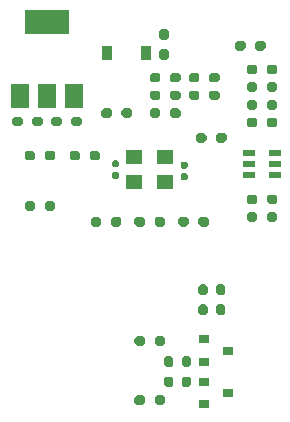
<source format=gbp>
G04 #@! TF.GenerationSoftware,KiCad,Pcbnew,(5.1.10-1-10_14)*
G04 #@! TF.CreationDate,2021-12-01T23:12:48+09:00*
G04 #@! TF.ProjectId,DBG-ESP32,4442472d-4553-4503-9332-2e6b69636164,V1.0*
G04 #@! TF.SameCoordinates,Original*
G04 #@! TF.FileFunction,Paste,Bot*
G04 #@! TF.FilePolarity,Positive*
%FSLAX46Y46*%
G04 Gerber Fmt 4.6, Leading zero omitted, Abs format (unit mm)*
G04 Created by KiCad (PCBNEW (5.1.10-1-10_14)) date 2021-12-01 23:12:48*
%MOMM*%
%LPD*%
G01*
G04 APERTURE LIST*
%ADD10R,1.350000X1.200000*%
%ADD11R,3.800000X2.000000*%
%ADD12R,1.500000X2.000000*%
%ADD13R,1.060000X0.500000*%
%ADD14R,0.900000X0.800000*%
%ADD15R,0.900000X1.200000*%
G04 APERTURE END LIST*
G36*
G01*
X-5900000Y7400000D02*
X-5900000Y7000000D01*
G75*
G02*
X-6100000Y6800000I-200000J0D01*
G01*
X-6600000Y6800000D01*
G75*
G02*
X-6800000Y7000000I0J200000D01*
G01*
X-6800000Y7400000D01*
G75*
G02*
X-6600000Y7600000I200000J0D01*
G01*
X-6100000Y7600000D01*
G75*
G02*
X-5900000Y7400000I0J-200000D01*
G01*
G37*
G36*
G01*
X-4200000Y7400000D02*
X-4200000Y7000000D01*
G75*
G02*
X-4400000Y6800000I-200000J0D01*
G01*
X-4900000Y6800000D01*
G75*
G02*
X-5100000Y7000000I0J200000D01*
G01*
X-5100000Y7400000D01*
G75*
G02*
X-4900000Y7600000I200000J0D01*
G01*
X-4400000Y7600000D01*
G75*
G02*
X-4200000Y7400000I0J-200000D01*
G01*
G37*
D10*
X1300000Y5000000D03*
X-1300000Y5000000D03*
X-1300000Y7100000D03*
X1300000Y7100000D03*
D11*
X-8700000Y18550000D03*
D12*
X-8700000Y12250000D03*
X-11000000Y12250000D03*
X-6400000Y12250000D03*
D13*
X8400000Y5550000D03*
X8400000Y6500000D03*
X8400000Y7450000D03*
X10600000Y7450000D03*
X10600000Y5550000D03*
X10600000Y6500000D03*
G36*
G01*
X4300000Y-5400000D02*
X4700000Y-5400000D01*
G75*
G02*
X4900000Y-5600000I0J-200000D01*
G01*
X4900000Y-6100000D01*
G75*
G02*
X4700000Y-6300000I-200000J0D01*
G01*
X4300000Y-6300000D01*
G75*
G02*
X4100000Y-6100000I0J200000D01*
G01*
X4100000Y-5600000D01*
G75*
G02*
X4300000Y-5400000I200000J0D01*
G01*
G37*
G36*
G01*
X4300000Y-3700000D02*
X4700000Y-3700000D01*
G75*
G02*
X4900000Y-3900000I0J-200000D01*
G01*
X4900000Y-4400000D01*
G75*
G02*
X4700000Y-4600000I-200000J0D01*
G01*
X4300000Y-4600000D01*
G75*
G02*
X4100000Y-4400000I0J200000D01*
G01*
X4100000Y-3900000D01*
G75*
G02*
X4300000Y-3700000I200000J0D01*
G01*
G37*
G36*
G01*
X5800000Y-5400000D02*
X6200000Y-5400000D01*
G75*
G02*
X6400000Y-5600000I0J-200000D01*
G01*
X6400000Y-6100000D01*
G75*
G02*
X6200000Y-6300000I-200000J0D01*
G01*
X5800000Y-6300000D01*
G75*
G02*
X5600000Y-6100000I0J200000D01*
G01*
X5600000Y-5600000D01*
G75*
G02*
X5800000Y-5400000I200000J0D01*
G01*
G37*
G36*
G01*
X5800000Y-3700000D02*
X6200000Y-3700000D01*
G75*
G02*
X6400000Y-3900000I0J-200000D01*
G01*
X6400000Y-4400000D01*
G75*
G02*
X6200000Y-4600000I-200000J0D01*
G01*
X5800000Y-4600000D01*
G75*
G02*
X5600000Y-4400000I0J200000D01*
G01*
X5600000Y-3900000D01*
G75*
G02*
X5800000Y-3700000I200000J0D01*
G01*
G37*
G36*
G01*
X1800000Y-10700000D02*
X1400000Y-10700000D01*
G75*
G02*
X1200000Y-10500000I0J200000D01*
G01*
X1200000Y-10000000D01*
G75*
G02*
X1400000Y-9800000I200000J0D01*
G01*
X1800000Y-9800000D01*
G75*
G02*
X2000000Y-10000000I0J-200000D01*
G01*
X2000000Y-10500000D01*
G75*
G02*
X1800000Y-10700000I-200000J0D01*
G01*
G37*
G36*
G01*
X1800000Y-12400000D02*
X1400000Y-12400000D01*
G75*
G02*
X1200000Y-12200000I0J200000D01*
G01*
X1200000Y-11700000D01*
G75*
G02*
X1400000Y-11500000I200000J0D01*
G01*
X1800000Y-11500000D01*
G75*
G02*
X2000000Y-11700000I0J-200000D01*
G01*
X2000000Y-12200000D01*
G75*
G02*
X1800000Y-12400000I-200000J0D01*
G01*
G37*
G36*
G01*
X2900000Y-11500000D02*
X3300000Y-11500000D01*
G75*
G02*
X3500000Y-11700000I0J-200000D01*
G01*
X3500000Y-12200000D01*
G75*
G02*
X3300000Y-12400000I-200000J0D01*
G01*
X2900000Y-12400000D01*
G75*
G02*
X2700000Y-12200000I0J200000D01*
G01*
X2700000Y-11700000D01*
G75*
G02*
X2900000Y-11500000I200000J0D01*
G01*
G37*
G36*
G01*
X2900000Y-9800000D02*
X3300000Y-9800000D01*
G75*
G02*
X3500000Y-10000000I0J-200000D01*
G01*
X3500000Y-10500000D01*
G75*
G02*
X3300000Y-10700000I-200000J0D01*
G01*
X2900000Y-10700000D01*
G75*
G02*
X2700000Y-10500000I0J200000D01*
G01*
X2700000Y-10000000D01*
G75*
G02*
X2900000Y-9800000I200000J0D01*
G01*
G37*
G36*
G01*
X9100000Y3700000D02*
X9100000Y3300000D01*
G75*
G02*
X8900000Y3100000I-200000J0D01*
G01*
X8400000Y3100000D01*
G75*
G02*
X8200000Y3300000I0J200000D01*
G01*
X8200000Y3700000D01*
G75*
G02*
X8400000Y3900000I200000J0D01*
G01*
X8900000Y3900000D01*
G75*
G02*
X9100000Y3700000I0J-200000D01*
G01*
G37*
G36*
G01*
X10800000Y3700000D02*
X10800000Y3300000D01*
G75*
G02*
X10600000Y3100000I-200000J0D01*
G01*
X10100000Y3100000D01*
G75*
G02*
X9900000Y3300000I0J200000D01*
G01*
X9900000Y3700000D01*
G75*
G02*
X10100000Y3900000I200000J0D01*
G01*
X10600000Y3900000D01*
G75*
G02*
X10800000Y3700000I0J-200000D01*
G01*
G37*
G36*
G01*
X9100000Y2200000D02*
X9100000Y1800000D01*
G75*
G02*
X8900000Y1600000I-200000J0D01*
G01*
X8400000Y1600000D01*
G75*
G02*
X8200000Y1800000I0J200000D01*
G01*
X8200000Y2200000D01*
G75*
G02*
X8400000Y2400000I200000J0D01*
G01*
X8900000Y2400000D01*
G75*
G02*
X9100000Y2200000I0J-200000D01*
G01*
G37*
G36*
G01*
X10800000Y2200000D02*
X10800000Y1800000D01*
G75*
G02*
X10600000Y1600000I-200000J0D01*
G01*
X10100000Y1600000D01*
G75*
G02*
X9900000Y1800000I0J200000D01*
G01*
X9900000Y2200000D01*
G75*
G02*
X10100000Y2400000I200000J0D01*
G01*
X10600000Y2400000D01*
G75*
G02*
X10800000Y2200000I0J-200000D01*
G01*
G37*
G36*
G01*
X8100000Y16700000D02*
X8100000Y16300000D01*
G75*
G02*
X7900000Y16100000I-200000J0D01*
G01*
X7400000Y16100000D01*
G75*
G02*
X7200000Y16300000I0J200000D01*
G01*
X7200000Y16700000D01*
G75*
G02*
X7400000Y16900000I200000J0D01*
G01*
X7900000Y16900000D01*
G75*
G02*
X8100000Y16700000I0J-200000D01*
G01*
G37*
G36*
G01*
X9800000Y16700000D02*
X9800000Y16300000D01*
G75*
G02*
X9600000Y16100000I-200000J0D01*
G01*
X9100000Y16100000D01*
G75*
G02*
X8900000Y16300000I0J200000D01*
G01*
X8900000Y16700000D01*
G75*
G02*
X9100000Y16900000I200000J0D01*
G01*
X9600000Y16900000D01*
G75*
G02*
X9800000Y16700000I0J-200000D01*
G01*
G37*
G36*
G01*
X-3200000Y11000000D02*
X-3200000Y10600000D01*
G75*
G02*
X-3400000Y10400000I-200000J0D01*
G01*
X-3900000Y10400000D01*
G75*
G02*
X-4100000Y10600000I0J200000D01*
G01*
X-4100000Y11000000D01*
G75*
G02*
X-3900000Y11200000I200000J0D01*
G01*
X-3400000Y11200000D01*
G75*
G02*
X-3200000Y11000000I0J-200000D01*
G01*
G37*
G36*
G01*
X-1500000Y11000000D02*
X-1500000Y10600000D01*
G75*
G02*
X-1700000Y10400000I-200000J0D01*
G01*
X-2200000Y10400000D01*
G75*
G02*
X-2400000Y10600000I0J200000D01*
G01*
X-2400000Y11000000D01*
G75*
G02*
X-2200000Y11200000I200000J0D01*
G01*
X-1700000Y11200000D01*
G75*
G02*
X-1500000Y11000000I0J-200000D01*
G01*
G37*
G36*
G01*
X1700000Y10600000D02*
X1700000Y11000000D01*
G75*
G02*
X1900000Y11200000I200000J0D01*
G01*
X2400000Y11200000D01*
G75*
G02*
X2600000Y11000000I0J-200000D01*
G01*
X2600000Y10600000D01*
G75*
G02*
X2400000Y10400000I-200000J0D01*
G01*
X1900000Y10400000D01*
G75*
G02*
X1700000Y10600000I0J200000D01*
G01*
G37*
G36*
G01*
X0Y10600000D02*
X0Y11000000D01*
G75*
G02*
X200000Y11200000I200000J0D01*
G01*
X700000Y11200000D01*
G75*
G02*
X900000Y11000000I0J-200000D01*
G01*
X900000Y10600000D01*
G75*
G02*
X700000Y10400000I-200000J0D01*
G01*
X200000Y10400000D01*
G75*
G02*
X0Y10600000I0J200000D01*
G01*
G37*
G36*
G01*
X9100000Y11700000D02*
X9100000Y11300000D01*
G75*
G02*
X8900000Y11100000I-200000J0D01*
G01*
X8400000Y11100000D01*
G75*
G02*
X8200000Y11300000I0J200000D01*
G01*
X8200000Y11700000D01*
G75*
G02*
X8400000Y11900000I200000J0D01*
G01*
X8900000Y11900000D01*
G75*
G02*
X9100000Y11700000I0J-200000D01*
G01*
G37*
G36*
G01*
X10800000Y11700000D02*
X10800000Y11300000D01*
G75*
G02*
X10600000Y11100000I-200000J0D01*
G01*
X10100000Y11100000D01*
G75*
G02*
X9900000Y11300000I0J200000D01*
G01*
X9900000Y11700000D01*
G75*
G02*
X10100000Y11900000I200000J0D01*
G01*
X10600000Y11900000D01*
G75*
G02*
X10800000Y11700000I0J-200000D01*
G01*
G37*
G36*
G01*
X9900000Y14300000D02*
X9900000Y14700000D01*
G75*
G02*
X10100000Y14900000I200000J0D01*
G01*
X10600000Y14900000D01*
G75*
G02*
X10800000Y14700000I0J-200000D01*
G01*
X10800000Y14300000D01*
G75*
G02*
X10600000Y14100000I-200000J0D01*
G01*
X10100000Y14100000D01*
G75*
G02*
X9900000Y14300000I0J200000D01*
G01*
G37*
G36*
G01*
X8200000Y14300000D02*
X8200000Y14700000D01*
G75*
G02*
X8400000Y14900000I200000J0D01*
G01*
X8900000Y14900000D01*
G75*
G02*
X9100000Y14700000I0J-200000D01*
G01*
X9100000Y14300000D01*
G75*
G02*
X8900000Y14100000I-200000J0D01*
G01*
X8400000Y14100000D01*
G75*
G02*
X8200000Y14300000I0J200000D01*
G01*
G37*
G36*
G01*
X9100000Y13200000D02*
X9100000Y12800000D01*
G75*
G02*
X8900000Y12600000I-200000J0D01*
G01*
X8400000Y12600000D01*
G75*
G02*
X8200000Y12800000I0J200000D01*
G01*
X8200000Y13200000D01*
G75*
G02*
X8400000Y13400000I200000J0D01*
G01*
X8900000Y13400000D01*
G75*
G02*
X9100000Y13200000I0J-200000D01*
G01*
G37*
G36*
G01*
X10800000Y13200000D02*
X10800000Y12800000D01*
G75*
G02*
X10600000Y12600000I-200000J0D01*
G01*
X10100000Y12600000D01*
G75*
G02*
X9900000Y12800000I0J200000D01*
G01*
X9900000Y13200000D01*
G75*
G02*
X10100000Y13400000I200000J0D01*
G01*
X10600000Y13400000D01*
G75*
G02*
X10800000Y13200000I0J-200000D01*
G01*
G37*
G36*
G01*
X9100000Y10200000D02*
X9100000Y9800000D01*
G75*
G02*
X8900000Y9600000I-200000J0D01*
G01*
X8400000Y9600000D01*
G75*
G02*
X8200000Y9800000I0J200000D01*
G01*
X8200000Y10200000D01*
G75*
G02*
X8400000Y10400000I200000J0D01*
G01*
X8900000Y10400000D01*
G75*
G02*
X9100000Y10200000I0J-200000D01*
G01*
G37*
G36*
G01*
X10800000Y10200000D02*
X10800000Y9800000D01*
G75*
G02*
X10600000Y9600000I-200000J0D01*
G01*
X10100000Y9600000D01*
G75*
G02*
X9900000Y9800000I0J200000D01*
G01*
X9900000Y10200000D01*
G75*
G02*
X10100000Y10400000I200000J0D01*
G01*
X10600000Y10400000D01*
G75*
G02*
X10800000Y10200000I0J-200000D01*
G01*
G37*
D14*
X6600000Y-12900000D03*
X4600000Y-11950000D03*
X4600000Y-13850000D03*
X6600000Y-9300000D03*
X4600000Y-8350000D03*
X4600000Y-10250000D03*
G36*
G01*
X5000000Y13600000D02*
X5000000Y14000000D01*
G75*
G02*
X5200000Y14200000I200000J0D01*
G01*
X5700000Y14200000D01*
G75*
G02*
X5900000Y14000000I0J-200000D01*
G01*
X5900000Y13600000D01*
G75*
G02*
X5700000Y13400000I-200000J0D01*
G01*
X5200000Y13400000D01*
G75*
G02*
X5000000Y13600000I0J200000D01*
G01*
G37*
G36*
G01*
X3300000Y13600000D02*
X3300000Y14000000D01*
G75*
G02*
X3500000Y14200000I200000J0D01*
G01*
X4000000Y14200000D01*
G75*
G02*
X4200000Y14000000I0J-200000D01*
G01*
X4200000Y13600000D01*
G75*
G02*
X4000000Y13400000I-200000J0D01*
G01*
X3500000Y13400000D01*
G75*
G02*
X3300000Y13600000I0J200000D01*
G01*
G37*
G36*
G01*
X900000Y14000000D02*
X900000Y13600000D01*
G75*
G02*
X700000Y13400000I-200000J0D01*
G01*
X200000Y13400000D01*
G75*
G02*
X0Y13600000I0J200000D01*
G01*
X0Y14000000D01*
G75*
G02*
X200000Y14200000I200000J0D01*
G01*
X700000Y14200000D01*
G75*
G02*
X900000Y14000000I0J-200000D01*
G01*
G37*
G36*
G01*
X2600000Y14000000D02*
X2600000Y13600000D01*
G75*
G02*
X2400000Y13400000I-200000J0D01*
G01*
X1900000Y13400000D01*
G75*
G02*
X1700000Y13600000I0J200000D01*
G01*
X1700000Y14000000D01*
G75*
G02*
X1900000Y14200000I200000J0D01*
G01*
X2400000Y14200000D01*
G75*
G02*
X2600000Y14000000I0J-200000D01*
G01*
G37*
G36*
G01*
X1000000Y16200000D02*
X1400000Y16200000D01*
G75*
G02*
X1600000Y16000000I0J-200000D01*
G01*
X1600000Y15500000D01*
G75*
G02*
X1400000Y15300000I-200000J0D01*
G01*
X1000000Y15300000D01*
G75*
G02*
X800000Y15500000I0J200000D01*
G01*
X800000Y16000000D01*
G75*
G02*
X1000000Y16200000I200000J0D01*
G01*
G37*
G36*
G01*
X1000000Y17900000D02*
X1400000Y17900000D01*
G75*
G02*
X1600000Y17700000I0J-200000D01*
G01*
X1600000Y17200000D01*
G75*
G02*
X1400000Y17000000I-200000J0D01*
G01*
X1000000Y17000000D01*
G75*
G02*
X800000Y17200000I0J200000D01*
G01*
X800000Y17700000D01*
G75*
G02*
X1000000Y17900000I200000J0D01*
G01*
G37*
D15*
X-3650000Y15900000D03*
X-350000Y15900000D03*
G36*
G01*
X400000Y-13700000D02*
X400000Y-13300000D01*
G75*
G02*
X600000Y-13100000I200000J0D01*
G01*
X1100000Y-13100000D01*
G75*
G02*
X1300000Y-13300000I0J-200000D01*
G01*
X1300000Y-13700000D01*
G75*
G02*
X1100000Y-13900000I-200000J0D01*
G01*
X600000Y-13900000D01*
G75*
G02*
X400000Y-13700000I0J200000D01*
G01*
G37*
G36*
G01*
X-1300000Y-13700000D02*
X-1300000Y-13300000D01*
G75*
G02*
X-1100000Y-13100000I200000J0D01*
G01*
X-600000Y-13100000D01*
G75*
G02*
X-400000Y-13300000I0J-200000D01*
G01*
X-400000Y-13700000D01*
G75*
G02*
X-600000Y-13900000I-200000J0D01*
G01*
X-1100000Y-13900000D01*
G75*
G02*
X-1300000Y-13700000I0J200000D01*
G01*
G37*
G36*
G01*
X400000Y-8700000D02*
X400000Y-8300000D01*
G75*
G02*
X600000Y-8100000I200000J0D01*
G01*
X1100000Y-8100000D01*
G75*
G02*
X1300000Y-8300000I0J-200000D01*
G01*
X1300000Y-8700000D01*
G75*
G02*
X1100000Y-8900000I-200000J0D01*
G01*
X600000Y-8900000D01*
G75*
G02*
X400000Y-8700000I0J200000D01*
G01*
G37*
G36*
G01*
X-1300000Y-8700000D02*
X-1300000Y-8300000D01*
G75*
G02*
X-1100000Y-8100000I200000J0D01*
G01*
X-600000Y-8100000D01*
G75*
G02*
X-400000Y-8300000I0J-200000D01*
G01*
X-400000Y-8700000D01*
G75*
G02*
X-600000Y-8900000I-200000J0D01*
G01*
X-1100000Y-8900000D01*
G75*
G02*
X-1300000Y-8700000I0J200000D01*
G01*
G37*
G36*
G01*
X3300000Y1800000D02*
X3300000Y1400000D01*
G75*
G02*
X3100000Y1200000I-200000J0D01*
G01*
X2600000Y1200000D01*
G75*
G02*
X2400000Y1400000I0J200000D01*
G01*
X2400000Y1800000D01*
G75*
G02*
X2600000Y2000000I200000J0D01*
G01*
X3100000Y2000000D01*
G75*
G02*
X3300000Y1800000I0J-200000D01*
G01*
G37*
G36*
G01*
X5000000Y1800000D02*
X5000000Y1400000D01*
G75*
G02*
X4800000Y1200000I-200000J0D01*
G01*
X4300000Y1200000D01*
G75*
G02*
X4100000Y1400000I0J200000D01*
G01*
X4100000Y1800000D01*
G75*
G02*
X4300000Y2000000I200000J0D01*
G01*
X4800000Y2000000D01*
G75*
G02*
X5000000Y1800000I0J-200000D01*
G01*
G37*
G36*
G01*
X400000Y1400000D02*
X400000Y1800000D01*
G75*
G02*
X600000Y2000000I200000J0D01*
G01*
X1100000Y2000000D01*
G75*
G02*
X1300000Y1800000I0J-200000D01*
G01*
X1300000Y1400000D01*
G75*
G02*
X1100000Y1200000I-200000J0D01*
G01*
X600000Y1200000D01*
G75*
G02*
X400000Y1400000I0J200000D01*
G01*
G37*
G36*
G01*
X-1300000Y1400000D02*
X-1300000Y1800000D01*
G75*
G02*
X-1100000Y2000000I200000J0D01*
G01*
X-600000Y2000000D01*
G75*
G02*
X-400000Y1800000I0J-200000D01*
G01*
X-400000Y1400000D01*
G75*
G02*
X-600000Y1200000I-200000J0D01*
G01*
X-1100000Y1200000D01*
G75*
G02*
X-1300000Y1400000I0J200000D01*
G01*
G37*
G36*
G01*
X-9700000Y3121000D02*
X-9700000Y2721000D01*
G75*
G02*
X-9900000Y2521000I-200000J0D01*
G01*
X-10400000Y2521000D01*
G75*
G02*
X-10600000Y2721000I0J200000D01*
G01*
X-10600000Y3121000D01*
G75*
G02*
X-10400000Y3321000I200000J0D01*
G01*
X-9900000Y3321000D01*
G75*
G02*
X-9700000Y3121000I0J-200000D01*
G01*
G37*
G36*
G01*
X-8000000Y3121000D02*
X-8000000Y2721000D01*
G75*
G02*
X-8200000Y2521000I-200000J0D01*
G01*
X-8700000Y2521000D01*
G75*
G02*
X-8900000Y2721000I0J200000D01*
G01*
X-8900000Y3121000D01*
G75*
G02*
X-8700000Y3321000I200000J0D01*
G01*
X-8200000Y3321000D01*
G75*
G02*
X-8000000Y3121000I0J-200000D01*
G01*
G37*
G36*
G01*
X-9700000Y7400000D02*
X-9700000Y7000000D01*
G75*
G02*
X-9900000Y6800000I-200000J0D01*
G01*
X-10400000Y6800000D01*
G75*
G02*
X-10600000Y7000000I0J200000D01*
G01*
X-10600000Y7400000D01*
G75*
G02*
X-10400000Y7600000I200000J0D01*
G01*
X-9900000Y7600000D01*
G75*
G02*
X-9700000Y7400000I0J-200000D01*
G01*
G37*
G36*
G01*
X-8000000Y7400000D02*
X-8000000Y7000000D01*
G75*
G02*
X-8200000Y6800000I-200000J0D01*
G01*
X-8700000Y6800000D01*
G75*
G02*
X-8900000Y7000000I0J200000D01*
G01*
X-8900000Y7400000D01*
G75*
G02*
X-8700000Y7600000I200000J0D01*
G01*
X-8200000Y7600000D01*
G75*
G02*
X-8000000Y7400000I0J-200000D01*
G01*
G37*
G36*
G01*
X4800000Y8900000D02*
X4800000Y8500000D01*
G75*
G02*
X4600000Y8300000I-200000J0D01*
G01*
X4100000Y8300000D01*
G75*
G02*
X3900000Y8500000I0J200000D01*
G01*
X3900000Y8900000D01*
G75*
G02*
X4100000Y9100000I200000J0D01*
G01*
X4600000Y9100000D01*
G75*
G02*
X4800000Y8900000I0J-200000D01*
G01*
G37*
G36*
G01*
X6500000Y8900000D02*
X6500000Y8500000D01*
G75*
G02*
X6300000Y8300000I-200000J0D01*
G01*
X5800000Y8300000D01*
G75*
G02*
X5600000Y8500000I0J200000D01*
G01*
X5600000Y8900000D01*
G75*
G02*
X5800000Y9100000I200000J0D01*
G01*
X6300000Y9100000D01*
G75*
G02*
X6500000Y8900000I0J-200000D01*
G01*
G37*
G36*
G01*
X-4100000Y1800000D02*
X-4100000Y1400000D01*
G75*
G02*
X-4300000Y1200000I-200000J0D01*
G01*
X-4800000Y1200000D01*
G75*
G02*
X-5000000Y1400000I0J200000D01*
G01*
X-5000000Y1800000D01*
G75*
G02*
X-4800000Y2000000I200000J0D01*
G01*
X-4300000Y2000000D01*
G75*
G02*
X-4100000Y1800000I0J-200000D01*
G01*
G37*
G36*
G01*
X-2400000Y1800000D02*
X-2400000Y1400000D01*
G75*
G02*
X-2600000Y1200000I-200000J0D01*
G01*
X-3100000Y1200000D01*
G75*
G02*
X-3300000Y1400000I0J200000D01*
G01*
X-3300000Y1800000D01*
G75*
G02*
X-3100000Y2000000I200000J0D01*
G01*
X-2600000Y2000000D01*
G75*
G02*
X-2400000Y1800000I0J-200000D01*
G01*
G37*
G36*
G01*
X4200000Y12500000D02*
X4200000Y12100000D01*
G75*
G02*
X4000000Y11900000I-200000J0D01*
G01*
X3500000Y11900000D01*
G75*
G02*
X3300000Y12100000I0J200000D01*
G01*
X3300000Y12500000D01*
G75*
G02*
X3500000Y12700000I200000J0D01*
G01*
X4000000Y12700000D01*
G75*
G02*
X4200000Y12500000I0J-200000D01*
G01*
G37*
G36*
G01*
X5900000Y12500000D02*
X5900000Y12100000D01*
G75*
G02*
X5700000Y11900000I-200000J0D01*
G01*
X5200000Y11900000D01*
G75*
G02*
X5000000Y12100000I0J200000D01*
G01*
X5000000Y12500000D01*
G75*
G02*
X5200000Y12700000I200000J0D01*
G01*
X5700000Y12700000D01*
G75*
G02*
X5900000Y12500000I0J-200000D01*
G01*
G37*
G36*
G01*
X1700000Y12100000D02*
X1700000Y12500000D01*
G75*
G02*
X1900000Y12700000I200000J0D01*
G01*
X2400000Y12700000D01*
G75*
G02*
X2600000Y12500000I0J-200000D01*
G01*
X2600000Y12100000D01*
G75*
G02*
X2400000Y11900000I-200000J0D01*
G01*
X1900000Y11900000D01*
G75*
G02*
X1700000Y12100000I0J200000D01*
G01*
G37*
G36*
G01*
X0Y12100000D02*
X0Y12500000D01*
G75*
G02*
X200000Y12700000I200000J0D01*
G01*
X700000Y12700000D01*
G75*
G02*
X900000Y12500000I0J-200000D01*
G01*
X900000Y12100000D01*
G75*
G02*
X700000Y11900000I-200000J0D01*
G01*
X200000Y11900000D01*
G75*
G02*
X0Y12100000I0J200000D01*
G01*
G37*
G36*
G01*
X-3050000Y5800000D02*
X-2750000Y5800000D01*
G75*
G02*
X-2600000Y5650000I0J-150000D01*
G01*
X-2600000Y5350000D01*
G75*
G02*
X-2750000Y5200000I-150000J0D01*
G01*
X-3050000Y5200000D01*
G75*
G02*
X-3200000Y5350000I0J150000D01*
G01*
X-3200000Y5650000D01*
G75*
G02*
X-3050000Y5800000I150000J0D01*
G01*
G37*
G36*
G01*
X-3050000Y6800000D02*
X-2750000Y6800000D01*
G75*
G02*
X-2600000Y6650000I0J-150000D01*
G01*
X-2600000Y6350000D01*
G75*
G02*
X-2750000Y6200000I-150000J0D01*
G01*
X-3050000Y6200000D01*
G75*
G02*
X-3200000Y6350000I0J150000D01*
G01*
X-3200000Y6650000D01*
G75*
G02*
X-3050000Y6800000I150000J0D01*
G01*
G37*
G36*
G01*
X3050000Y6100000D02*
X2750000Y6100000D01*
G75*
G02*
X2600000Y6250000I0J150000D01*
G01*
X2600000Y6550000D01*
G75*
G02*
X2750000Y6700000I150000J0D01*
G01*
X3050000Y6700000D01*
G75*
G02*
X3200000Y6550000I0J-150000D01*
G01*
X3200000Y6250000D01*
G75*
G02*
X3050000Y6100000I-150000J0D01*
G01*
G37*
G36*
G01*
X3050000Y5100000D02*
X2750000Y5100000D01*
G75*
G02*
X2600000Y5250000I0J150000D01*
G01*
X2600000Y5550000D01*
G75*
G02*
X2750000Y5700000I150000J0D01*
G01*
X3050000Y5700000D01*
G75*
G02*
X3200000Y5550000I0J-150000D01*
G01*
X3200000Y5250000D01*
G75*
G02*
X3050000Y5100000I-150000J0D01*
G01*
G37*
G36*
G01*
X-6650000Y9900000D02*
X-6650000Y10300000D01*
G75*
G02*
X-6450000Y10500000I200000J0D01*
G01*
X-5950000Y10500000D01*
G75*
G02*
X-5750000Y10300000I0J-200000D01*
G01*
X-5750000Y9900000D01*
G75*
G02*
X-5950000Y9700000I-200000J0D01*
G01*
X-6450000Y9700000D01*
G75*
G02*
X-6650000Y9900000I0J200000D01*
G01*
G37*
G36*
G01*
X-8350000Y9900000D02*
X-8350000Y10300000D01*
G75*
G02*
X-8150000Y10500000I200000J0D01*
G01*
X-7650000Y10500000D01*
G75*
G02*
X-7450000Y10300000I0J-200000D01*
G01*
X-7450000Y9900000D01*
G75*
G02*
X-7650000Y9700000I-200000J0D01*
G01*
X-8150000Y9700000D01*
G75*
G02*
X-8350000Y9900000I0J200000D01*
G01*
G37*
G36*
G01*
X-9950000Y9900000D02*
X-9950000Y10300000D01*
G75*
G02*
X-9750000Y10500000I200000J0D01*
G01*
X-9250000Y10500000D01*
G75*
G02*
X-9050000Y10300000I0J-200000D01*
G01*
X-9050000Y9900000D01*
G75*
G02*
X-9250000Y9700000I-200000J0D01*
G01*
X-9750000Y9700000D01*
G75*
G02*
X-9950000Y9900000I0J200000D01*
G01*
G37*
G36*
G01*
X-11650000Y9900000D02*
X-11650000Y10300000D01*
G75*
G02*
X-11450000Y10500000I200000J0D01*
G01*
X-10950000Y10500000D01*
G75*
G02*
X-10750000Y10300000I0J-200000D01*
G01*
X-10750000Y9900000D01*
G75*
G02*
X-10950000Y9700000I-200000J0D01*
G01*
X-11450000Y9700000D01*
G75*
G02*
X-11650000Y9900000I0J200000D01*
G01*
G37*
M02*

</source>
